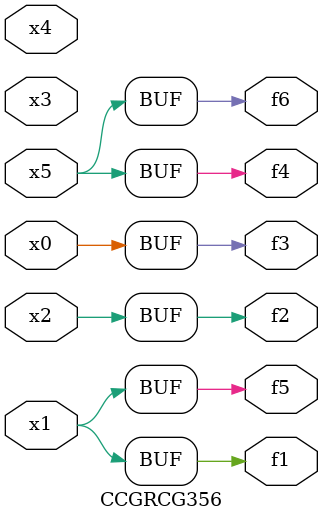
<source format=v>
module CCGRCG356(
	input x0, x1, x2, x3, x4, x5,
	output f1, f2, f3, f4, f5, f6
);
	assign f1 = x1;
	assign f2 = x2;
	assign f3 = x0;
	assign f4 = x5;
	assign f5 = x1;
	assign f6 = x5;
endmodule

</source>
